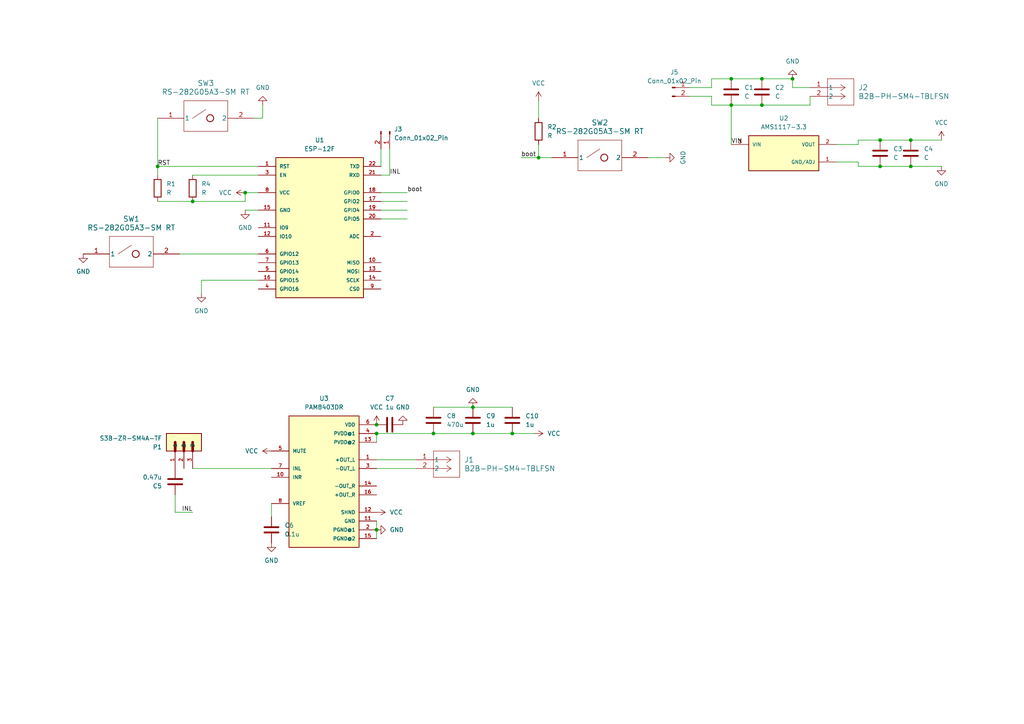
<source format=kicad_sch>
(kicad_sch (version 20230121) (generator eeschema)
  (paper "A4")
  (lib_symbols
    (symbol "Connector:Conn_01x02_Pin" (pin_names (offset 1.016) hide)
      (property "Reference" "J" (at 0 2.54 0))
      (property "Value" "Conn_01x02_Pin" (at 0 -5.08 0))
      (symbol "Conn_01x02_Pin_1_1"
        (polyline (pts (xy 1.27 -2.54) (xy 0.8636 -2.54)) (stroke (width 0.1524)))
        (polyline (pts (xy 1.27 0) (xy 0.8636 0)) (stroke (width 0.1524)))
        (rectangle (start 0.8636 -2.413) (end 0 -2.667) (stroke (width 0.1524)) (fill (type outline)))
        (rectangle (start 0.8636 0.127) (end 0 -0.127) (stroke (width 0.1524)) (fill (type outline)))
        (pin passive line (at 5.08 0 180) (length 3.81) (name "Pin_1") (number "1"))
        (pin passive line (at 5.08 -2.54 180) (length 3.81) (name "Pin_2") (number "2"))
      )
    )
    (symbol "Device:C" (pin_numbers hide) (pin_names (offset 0.254))
      (property "Reference" "C" (at 0.635 2.54 0))
      (property "Value" "C" (at 0.635 -2.54 0))
      (symbol "C_0_1"
        (polyline (pts (xy -2.032 -0.762) (xy 2.032 -0.762)) (stroke (width 0.508)))
        (polyline (pts (xy -2.032 0.762) (xy 2.032 0.762)) (stroke (width 0.508)))
      )
      (symbol "C_1_1"
        (pin passive line (at 0 3.81 270) (length 2.794) (name "~") (number "1"))
        (pin passive line (at 0 -3.81 90) (length 2.794) (name "~") (number "2"))
      )
    )
    (symbol "Device:R" (pin_numbers hide) (pin_names (offset 0))
      (property "Reference" "R" (at 2.032 0 90))
      (property "Value" "R" (at 0 0 90))
      (symbol "R_0_1"
        (rectangle (start -1.016 -2.54) (end 1.016 2.54) (stroke (width 0.254)))
      )
      (symbol "R_1_1"
        (pin passive line (at 0 3.81 270) (length 1.27) (name "~") (number "1"))
        (pin passive line (at 0 -3.81 90) (length 1.27) (name "~") (number "2"))
      )
    )
    (symbol "esp_example_symbols:AMS1117-3.3" (pin_names (offset 1.016))
      (property "Reference" "U" (at -10.16 5.588 0))
      (property "Value" "AMS1117-3.3" (at -10.16 -8.128 0))
      (symbol "AMS1117-3.3_0_0"
        (rectangle (start -10.16 -5.08) (end 10.16 5.08) (stroke (width 0.254)) (fill (type background)))
        (pin power_in line (at 15.24 -2.54 180) (length 5.08) (name "GND/ADJ") (number "1"))
        (pin output line (at 15.24 2.54 180) (length 5.08) (name "VOUT") (number "2"))
        (pin input line (at -15.24 2.54 0) (length 5.08) (name "VIN") (number "3"))
      )
    )
    (symbol "esp_example_symbols:B2B-PH-SM4-TBLFSN" (pin_names (offset 0.254))
      (property "Reference" "J" (at 8.89 6.35 0))
      (property "Value" "B2B-PH-SM4-TBLFSN" (at 0 0 0))
      (symbol "B2B-PH-SM4-TBLFSN_1_1"
        (polyline (pts (xy 5.08 -5.08) (xy 12.7 -5.08)) (stroke (width 0.127)))
        (polyline (pts (xy 5.08 2.54) (xy 5.08 -5.08)) (stroke (width 0.127)))
        (polyline (pts (xy 10.16 -2.54) (xy 5.08 -2.54)) (stroke (width 0.127)))
        (polyline (pts (xy 10.16 -2.54) (xy 8.89 -3.3867)) (stroke (width 0.127)))
        (polyline (pts (xy 10.16 -2.54) (xy 8.89 -1.6933)) (stroke (width 0.127)))
        (polyline (pts (xy 10.16 0) (xy 5.08 0)) (stroke (width 0.127)))
        (polyline (pts (xy 10.16 0) (xy 8.89 -0.8467)) (stroke (width 0.127)))
        (polyline (pts (xy 10.16 0) (xy 8.89 0.8467)) (stroke (width 0.127)))
        (polyline (pts (xy 12.7 -5.08) (xy 12.7 2.54)) (stroke (width 0.127)))
        (polyline (pts (xy 12.7 2.54) (xy 5.08 2.54)) (stroke (width 0.127)))
        (pin unspecified line (at 0 0 0) (length 5.08) (name "1") (number "1"))
        (pin unspecified line (at 0 -2.54 0) (length 5.08) (name "2") (number "2"))
      )
      (symbol "B2B-PH-SM4-TBLFSN_1_2"
        (polyline (pts (xy 5.08 -5.08) (xy 12.7 -5.08)) (stroke (width 0.127)))
        (polyline (pts (xy 5.08 2.54) (xy 5.08 -5.08)) (stroke (width 0.127)))
        (polyline (pts (xy 7.62 -2.54) (xy 5.08 -2.54)) (stroke (width 0.127)))
        (polyline (pts (xy 7.62 -2.54) (xy 8.89 -3.3867)) (stroke (width 0.127)))
        (polyline (pts (xy 7.62 -2.54) (xy 8.89 -1.6933)) (stroke (width 0.127)))
        (polyline (pts (xy 7.62 0) (xy 5.08 0)) (stroke (width 0.127)))
        (polyline (pts (xy 7.62 0) (xy 8.89 -0.8467)) (stroke (width 0.127)))
        (polyline (pts (xy 7.62 0) (xy 8.89 0.8467)) (stroke (width 0.127)))
        (polyline (pts (xy 12.7 -5.08) (xy 12.7 2.54)) (stroke (width 0.127)))
        (polyline (pts (xy 12.7 2.54) (xy 5.08 2.54)) (stroke (width 0.127)))
        (pin unspecified line (at 0 0 0) (length 5.08) (name "1") (number "1"))
        (pin unspecified line (at 0 -2.54 0) (length 5.08) (name "2") (number "2"))
      )
    )
    (symbol "esp_example_symbols:ESP-12F" (pin_names (offset 1.016))
      (property "Reference" "U" (at -12.7254 22.9057 0))
      (property "Value" "ESP-12F" (at -12.7237 -22.9026 0))
      (symbol "ESP-12F_0_0"
        (rectangle (start -12.7 20.32) (end 12.7 -20.32) (stroke (width 0.254)) (fill (type background)))
        (pin bidirectional line (at -17.78 17.78 0) (length 5.08) (name "RST") (number "1"))
        (pin bidirectional line (at 17.78 -10.16 180) (length 5.08) (name "MISO") (number "10"))
        (pin bidirectional line (at -17.78 0 0) (length 5.08) (name "IO9") (number "11"))
        (pin bidirectional line (at -17.78 -2.54 0) (length 5.08) (name "IO10") (number "12"))
        (pin bidirectional line (at 17.78 -12.7 180) (length 5.08) (name "MOSI") (number "13"))
        (pin bidirectional line (at 17.78 -15.24 180) (length 5.08) (name "SCLK") (number "14"))
        (pin bidirectional line (at -17.78 5.08 0) (length 5.08) (name "GND") (number "15"))
        (pin bidirectional line (at -17.78 -15.24 0) (length 5.08) (name "GPIO15") (number "16"))
        (pin bidirectional line (at 17.78 7.62 180) (length 5.08) (name "GPIO2") (number "17"))
        (pin bidirectional line (at 17.78 10.16 180) (length 5.08) (name "GPIO0") (number "18"))
        (pin bidirectional line (at 17.78 5.08 180) (length 5.08) (name "GPIO4") (number "19"))
        (pin bidirectional line (at 17.78 -2.54 180) (length 5.08) (name "ADC") (number "2"))
        (pin bidirectional line (at 17.78 2.54 180) (length 5.08) (name "GPIO5") (number "20"))
        (pin bidirectional line (at 17.78 15.24 180) (length 5.08) (name "RXD") (number "21"))
        (pin bidirectional line (at 17.78 17.78 180) (length 5.08) (name "TXD") (number "22"))
        (pin bidirectional line (at -17.78 15.24 0) (length 5.08) (name "EN") (number "3"))
        (pin bidirectional line (at -17.78 -17.78 0) (length 5.08) (name "GPIO16") (number "4"))
        (pin bidirectional line (at -17.78 -12.7 0) (length 5.08) (name "GPIO14") (number "5"))
        (pin bidirectional line (at -17.78 -7.62 0) (length 5.08) (name "GPIO12") (number "6"))
        (pin bidirectional line (at -17.78 -10.16 0) (length 5.08) (name "GPIO13") (number "7"))
        (pin bidirectional line (at -17.78 10.16 0) (length 5.08) (name "VCC") (number "8"))
        (pin bidirectional line (at 17.78 -17.78 180) (length 5.08) (name "CS0") (number "9"))
      )
    )
    (symbol "esp_example_symbols:PAM8403DR" (pin_names (offset 1.016))
      (property "Reference" "U" (at -10.1781 18.3206 0))
      (property "Value" "PAM8403DR" (at -10.1796 -22.904 0))
      (symbol "PAM8403DR_0_0"
        (rectangle (start -10.16 -20.32) (end 10.16 17.78) (stroke (width 0.254)) (fill (type background)))
        (pin output line (at 15.24 5.08 180) (length 5.08) (name "+OUT_L") (number "1"))
        (pin input line (at -15.24 0 0) (length 5.08) (name "INR") (number "10"))
        (pin power_in line (at 15.24 -12.7 180) (length 5.08) (name "GND") (number "11"))
        (pin power_in line (at 15.24 -10.16 180) (length 5.08) (name "SHND") (number "12"))
        (pin power_in line (at 15.24 10.16 180) (length 5.08) (name "PVDD@2") (number "13"))
        (pin output line (at 15.24 -2.54 180) (length 5.08) (name "-OUT_R") (number "14"))
        (pin power_in line (at 15.24 -17.78 180) (length 5.08) (name "PGND@2") (number "15"))
        (pin output line (at 15.24 -5.08 180) (length 5.08) (name "+OUT_R") (number "16"))
        (pin power_in line (at 15.24 -15.24 180) (length 5.08) (name "PGND@1") (number "2"))
        (pin output line (at 15.24 2.54 180) (length 5.08) (name "-OUT_L") (number "3"))
        (pin power_in line (at 15.24 12.7 180) (length 5.08) (name "PVDD@1") (number "4"))
        (pin input line (at -15.24 7.62 0) (length 5.08) (name "MUTE") (number "5"))
        (pin power_in line (at 15.24 15.24 180) (length 5.08) (name "VDD") (number "6"))
        (pin input line (at -15.24 2.54 0) (length 5.08) (name "INL") (number "7"))
        (pin input line (at -15.24 -7.62 0) (length 5.08) (name "VREF") (number "8"))
      )
    )
    (symbol "esp_example_symbols:RS-282G05A3-SM_RT" (pin_names (offset 0.254))
      (property "Reference" "SW" (at 40.64 12.7 0))
      (property "Value" "RS-282G05A3-SM RT" (at 40.64 10.16 0))
      (symbol "RS-282G05A3-SM_RT_0_1"
        (polyline (pts (xy 50.8 -3.81) (xy 63.5 -3.81)) (stroke (width 0.127)))
        (polyline (pts (xy 50.8 5.08) (xy 50.8 -3.81)) (stroke (width 0.127)))
        (polyline (pts (xy 53.34 0) (xy 57.15 2.54)) (stroke (width 0.127)))
        (polyline (pts (xy 63.5 -3.81) (xy 63.5 5.08)) (stroke (width 0.127)))
        (polyline (pts (xy 63.5 5.08) (xy 50.8 5.08)) (stroke (width 0.127)))
        (circle (center 58.42 0) (radius 1.016) (stroke (width 0.254)))
        (pin unspecified line (at 43.18 0 0) (length 7.62) (name "1") (number "1"))
        (pin unspecified line (at 71.12 0 180) (length 7.62) (name "2") (number "2"))
      )
    )
    (symbol "esp_example_symbols:S3B-ZR-SM4A-TF" (pin_names (offset 1.016))
      (property "Reference" "P" (at 0 3.0512 0))
      (property "Value" "S3B-ZR-SM4A-TF" (at 0 -9.4122 0))
      (symbol "S3B-ZR-SM4A-TF_0_0"
        (rectangle (start 0 -7.62) (end 5.08 2.54) (stroke (width 0.254)) (fill (type background)))
        (polyline (pts (xy 0 -5.08) (xy 2.54 -5.08)) (stroke (width 0.762)))
        (polyline (pts (xy 0 -2.54) (xy 2.54 -2.54)) (stroke (width 0.762)))
        (polyline (pts (xy 0 0) (xy 2.54 0)) (stroke (width 0.762)))
        (pin passive line (at -5.08 0 0) (length 5.08) (name "1") (number "1"))
        (pin passive line (at -5.08 -2.54 0) (length 5.08) (name "2") (number "2"))
        (pin passive line (at -5.08 -5.08 0) (length 5.08) (name "3") (number "3"))
      )
    )
    (symbol "power:GND" (power) (pin_names (offset 0))
      (property "Value" "GND" (at 0 -3.81 0))
      (symbol "GND_0_1"
        (polyline (pts (xy 0 0) (xy 0 -1.27) (xy 1.27 -1.27) (xy 0 -2.54) (xy -1.27 -1.27) (xy 0 -1.27)))
      )
      (symbol "GND_1_1"
        (pin power_in line (at 0 0 270) (length 0) hide (name "GND") (number "1"))
      )
    )
    (symbol "power:VCC" (power) (pin_names (offset 0))
      (property "Value" "VCC" (at 0 3.81 0))
      (symbol "VCC_0_1"
        (polyline (pts (xy -0.762 1.27) (xy 0 2.54)))
        (polyline (pts (xy 0 0) (xy 0 2.54)))
        (polyline (pts (xy 0 2.54) (xy 0.762 1.27)))
      )
      (symbol "VCC_1_1"
        (pin power_in line (at 0 0 90) (length 0) hide (name "VCC") (number "1"))
      )
    )
  )
  (junction (at 137.16 125.73))
  (junction (at 264.16 40.64))
  (junction (at 156.21 45.72))
  (junction (at 255.27 48.26))
  (junction (at 109.22 153.67))
  (junction (at 212.09 22.86))
  (junction (at 255.27 40.64))
  (junction (at 212.09 30.48))
  (junction (at 137.16 118.11))
  (junction (at 220.98 30.48))
  (junction (at 148.59 125.73))
  (junction (at 264.16 48.26))
  (junction (at 109.22 125.73))
  (junction (at 220.98 22.86))
  (junction (at 125.73 125.73))
  (junction (at 229.87 22.86))
  (junction (at 71.12 55.88))
  (junction (at 55.88 58.42))
  (junction (at 109.22 123.19))
  (junction (at 45.72 48.26))
  (wire (pts (xy 109.22 125.73) (xy 125.73 125.73)))
  (wire (pts (xy 212.09 22.86) (xy 220.98 22.86)))
  (wire (pts (xy 255.27 40.64) (xy 248.92 40.64)))
  (wire (pts (xy 242.57 46.99) (xy 248.92 46.99)))
  (wire (pts (xy 78.74 146.05) (xy 78.74 149.86)))
  (wire (pts (xy 71.12 58.42) (xy 71.12 55.88)))
  (wire (pts (xy 137.16 125.73) (xy 148.59 125.73)))
  (wire (pts (xy 113.03 50.8) (xy 110.49 50.8)))
  (wire (pts (xy 206.375 25.4) (xy 206.375 22.86)))
  (wire (pts (xy 156.21 45.72) (xy 160.02 45.72)))
  (wire (pts (xy 137.16 118.11) (xy 148.59 118.11)))
  (wire (pts (xy 229.87 25.4) (xy 234.95 25.4)))
  (wire (pts (xy 273.05 48.26) (xy 264.16 48.26)))
  (wire (pts (xy 248.92 48.26) (xy 255.27 48.26)))
  (wire (pts (xy 151.13 45.72) (xy 156.21 45.72)))
  (wire (pts (xy 206.375 22.86) (xy 212.09 22.86)))
  (wire (pts (xy 110.49 63.5) (xy 118.11 63.5)))
  (wire (pts (xy 148.59 125.73) (xy 154.94 125.73)))
  (wire (pts (xy 156.21 45.72) (xy 156.21 41.91)))
  (wire (pts (xy 71.12 60.96) (xy 74.93 60.96)))
  (wire (pts (xy 125.73 118.11) (xy 137.16 118.11)))
  (wire (pts (xy 55.88 58.42) (xy 71.12 58.42)))
  (wire (pts (xy 234.95 30.48) (xy 234.95 27.94)))
  (wire (pts (xy 45.72 48.26) (xy 45.72 50.8)))
  (wire (pts (xy 229.87 22.86) (xy 229.87 25.4)))
  (wire (pts (xy 76.2 30.48) (xy 76.2 34.29)))
  (wire (pts (xy 58.42 85.09) (xy 58.42 81.28)))
  (wire (pts (xy 110.49 43.18) (xy 110.49 48.26)))
  (wire (pts (xy 45.72 34.29) (xy 45.72 48.26)))
  (wire (pts (xy 109.22 153.67) (xy 109.22 156.21)))
  (wire (pts (xy 200.025 27.94) (xy 206.375 27.94)))
  (wire (pts (xy 109.22 133.35) (xy 120.65 133.35)))
  (wire (pts (xy 125.73 125.73) (xy 137.16 125.73)))
  (wire (pts (xy 74.93 73.66) (xy 52.07 73.66)))
  (wire (pts (xy 109.22 135.89) (xy 120.65 135.89)))
  (wire (pts (xy 212.09 30.48) (xy 212.09 41.91)))
  (wire (pts (xy 248.92 48.26) (xy 248.92 46.99)))
  (wire (pts (xy 156.21 29.21) (xy 156.21 34.29)))
  (wire (pts (xy 206.375 30.48) (xy 212.09 30.48)))
  (wire (pts (xy 50.8 148.59) (xy 55.88 148.59)))
  (wire (pts (xy 58.42 81.28) (xy 74.93 81.28)))
  (wire (pts (xy 113.03 43.18) (xy 113.03 50.8)))
  (wire (pts (xy 109.22 151.13) (xy 109.22 153.67)))
  (wire (pts (xy 248.92 40.64) (xy 248.92 41.91)))
  (wire (pts (xy 55.88 50.8) (xy 74.93 50.8)))
  (wire (pts (xy 71.12 55.88) (xy 74.93 55.88)))
  (wire (pts (xy 187.96 45.72) (xy 193.04 45.72)))
  (wire (pts (xy 110.49 55.88) (xy 118.11 55.88)))
  (wire (pts (xy 200.025 25.4) (xy 206.375 25.4)))
  (wire (pts (xy 55.88 135.89) (xy 78.74 135.89)))
  (wire (pts (xy 45.72 58.42) (xy 55.88 58.42)))
  (wire (pts (xy 242.57 41.91) (xy 248.92 41.91)))
  (wire (pts (xy 50.8 143.51) (xy 50.8 148.59)))
  (wire (pts (xy 220.98 22.86) (xy 229.87 22.86)))
  (wire (pts (xy 273.05 40.64) (xy 264.16 40.64)))
  (wire (pts (xy 74.93 48.26) (xy 45.72 48.26)))
  (wire (pts (xy 220.98 30.48) (xy 234.95 30.48)))
  (wire (pts (xy 212.09 30.48) (xy 220.98 30.48)))
  (wire (pts (xy 109.22 125.73) (xy 109.22 128.27)))
  (wire (pts (xy 110.49 60.96) (xy 118.11 60.96)))
  (wire (pts (xy 264.16 48.26) (xy 255.27 48.26)))
  (wire (pts (xy 206.375 27.94) (xy 206.375 30.48)))
  (wire (pts (xy 110.49 58.42) (xy 118.11 58.42)))
  (wire (pts (xy 255.27 40.64) (xy 264.16 40.64)))
  (wire (pts (xy 76.2 34.29) (xy 73.66 34.29)))
  (label "boot" (at 151.13 45.72 0))
  (label "boot" (at 118.11 55.88 0))
  (label "RST" (at 45.72 48.26 0))
  (label "INL" (at 113.03 50.8 0))
  (label "INL" (at 55.88 148.59 180))
  (label "VIN" (at 212.09 41.91 0))
  (symbol (lib_id "Connector:Conn_01x02_Pin") (at 194.945 25.4 0) (unit 1)
    (property "Reference" "J5" (at 195.58 20.955 0))
    (property "Value" "Conn_01x02_Pin" (at 195.58 23.495 0))
    (property "Footprint" "Connector_PinHeader_2.54mm:PinHeader_1x02_P2.54mm_Vertical" (effects hide))
  )
  (symbol (lib_id "power:GND") (at 193.04 45.72 90) (unit 1)
    (property "Reference" "#PWR09" (effects hide))
    (property "Value" "GND" (at 198.12 45.72 0))
  )
  (symbol (lib_id "Device:C") (at 113.03 123.19 90) (unit 1)
    (property "Reference" "C7" (at 113.03 115.57 90))
    (property "Value" "1u" (at 113.03 118.11 90))
    (property "Footprint" "Capacitor_SMD:C_0805_2012Metric" (effects hide))
  )
  (symbol (lib_id "Device:C") (at 137.16 121.92 0) (unit 1)
    (property "Reference" "C9" (at 140.97 120.65 0) (effects (justify left)))
    (property "Value" "1u" (at 140.97 123.19 0) (effects (justify left)))
    (property "Footprint" "Capacitor_SMD:C_0805_2012Metric" (effects hide))
  )
  (symbol (lib_id "esp_example_symbols:B2B-PH-SM4-TBLFSN") (at 234.95 25.4 0) (unit 1)
    (property "Reference" "J2" (at 248.92 25.4 0) (effects (font (size 1.524 1.524)) (justify left)))
    (property "Value" "B2B-PH-SM4-TBLFSN" (at 248.92 27.94 0) (effects (font (size 1.524 1.524)) (justify left)))
    (property "Footprint" "esp_lib:B2B-PH-SM4-TBLFSN_JST" (effects hide))
    (property "Datasheet" "B2B-PH-SM4-TBLFSN" (effects hide))
  )
  (symbol (lib_id "power:VCC") (at 154.94 125.73 270) (unit 1)
    (property "Reference" "#PWR017" (effects hide))
    (property "Value" "VCC" (at 158.75 125.73 90) (effects (justify left)))
  )
  (symbol (lib_id "power:GND") (at 273.05 48.26 0) (unit 1)
    (property "Reference" "#PWR04" (effects hide))
    (property "Value" "GND" (at 273.05 53.34 0))
  )
  (symbol (lib_id "power:VCC") (at 109.22 123.19 0) (unit 1)
    (property "Reference" "#PWR011" (effects hide))
    (property "Value" "VCC" (at 109.22 118.11 0))
  )
  (symbol (lib_id "esp_example_symbols:ESP-12F") (at 92.71 66.04 0) (unit 1)
    (property "Reference" "U1" (at 92.71 40.64 0))
    (property "Value" "ESP-12F" (at 92.71 43.18 0))
    (property "Footprint" "esp_lib:ESP-12F" (effects hide))
    (property "MF" "AI-Thinker" (effects hide))
    (property "Description" "\nWiFi Module\n" (effects hide))
    (property "Package" "Package" (effects hide))
    (property "Price" "None" (effects hide))
    (property "SnapEDA_Link" "https://www.snapeda.com/parts/ESP-12F/AI-Thinker/view-part/?ref=snap" (effects hide))
    (property "MP" "ESP-12F" (effects hide))
    (property "Availability" "Not in stock" (effects hide))
    (property "Check_prices" "https://www.snapeda.com/parts/ESP-12F/AI-Thinker/view-part/?ref=eda" (effects hide))
  )
  (symbol (lib_id "power:GND") (at 109.22 153.67 90) (unit 1)
    (property "Reference" "#PWR013" (effects hide))
    (property "Value" "GND" (at 113.03 153.67 90) (effects (justify right)))
  )
  (symbol (lib_id "power:GND") (at 137.16 118.11 180) (unit 1)
    (property "Reference" "#PWR016" (effects hide))
    (property "Value" "GND" (at 137.16 113.03 0))
  )
  (symbol (lib_id "power:GND") (at 229.87 22.86 180) (unit 1)
    (property "Reference" "#PWR07" (effects hide))
    (property "Value" "GND" (at 229.87 17.78 0))
  )
  (symbol (lib_id "esp_example_symbols:AMS1117-3.3") (at 227.33 44.45 0) (unit 1)
    (property "Reference" "U2" (at 227.33 34.29 0))
    (property "Value" "AMS1117-3.3" (at 227.33 36.83 0))
    (property "Footprint" "esp_lib:SOT229P700X180-4N" (effects hide))
    (property "SnapEDA_Link" "https://www.snapeda.com/parts/AMS1117-3.3/Umwelt+Sensor+Teknik/view-part/?ref=snap" (effects hide))
    (property "Description" "\nLinear Voltage Regulator IC Positive Fixed 1 Output 1A SOT-223-3L\n" (effects hide))
    (property "Package" "None" (effects hide))
    (property "Price" "None" (effects hide))
    (property "MF" "UMW" (effects hide))
    (property "MP" "AMS1117-3.3" (effects hide))
    (property "Availability" "In Stock" (effects hide))
    (property "Check_prices" "https://www.snapeda.com/parts/AMS1117-3.3/Umwelt+Sensor+Teknik/view-part/?ref=eda" (effects hide))
  )
  (symbol (lib_id "esp_example_symbols:PAM8403DR") (at 93.98 138.43 0) (unit 1)
    (property "Reference" "U3" (at 93.98 115.57 0))
    (property "Value" "PAM8403DR" (at 93.98 118.11 0))
    (property "Footprint" "esp_lib:PAM8403" (effects hide))
  )
  (symbol (lib_id "esp_example_symbols:RS-282G05A3-SM_RT") (at -19.05 73.66 0) (unit 1)
    (property "Reference" "SW1" (at 38.1 63.5 0) (effects (font (size 1.524 1.524))))
    (property "Value" "RS-282G05A3-SM RT" (at 38.1 66.04 0) (effects (font (size 1.524 1.524))))
    (property "Footprint" "esp_lib:RS-282G05A3-SM RT_CNK" (effects hide))
    (property "Datasheet" "RS-282G05A3-SM RT" (effects hide))
  )
  (symbol (lib_id "Device:R") (at 45.72 54.61 0) (unit 1)
    (property "Reference" "R1" (at 48.26 53.34 0) (effects (justify left)))
    (property "Value" "R" (at 48.26 55.88 0) (effects (justify left)))
    (property "Footprint" "Resistor_SMD:R_0805_2012Metric" (effects hide))
  )
  (symbol (lib_id "esp_example_symbols:B2B-PH-SM4-TBLFSN") (at 120.65 133.35 0) (unit 1)
    (property "Reference" "J1" (at 134.62 133.35 0) (effects (font (size 1.524 1.524)) (justify left)))
    (property "Value" "B2B-PH-SM4-TBLFSN" (at 134.62 135.89 0) (effects (font (size 1.524 1.524)) (justify left)))
    (property "Footprint" "esp_lib:B2B-PH-SM4-TBLFSN_JST" (effects hide))
    (property "Datasheet" "B2B-PH-SM4-TBLFSN" (effects hide))
  )
  (symbol (lib_id "esp_example_symbols:RS-282G05A3-SM_RT") (at 116.84 45.72 0) (unit 1)
    (property "Reference" "SW2" (at 173.99 35.56 0) (effects (font (size 1.524 1.524))))
    (property "Value" "RS-282G05A3-SM RT" (at 173.99 38.1 0) (effects (font (size 1.524 1.524))))
    (property "Footprint" "esp_lib:RS-282G05A3-SM RT_CNK" (effects hide))
    (property "Datasheet" "RS-282G05A3-SM RT" (effects hide))
  )
  (symbol (lib_id "power:VCC") (at 78.74 130.81 90) (unit 1)
    (property "Reference" "#PWR05" (effects hide))
    (property "Value" "VCC" (at 74.93 130.81 90) (effects (justify left)))
  )
  (symbol (lib_id "Device:C") (at 220.98 26.67 0) (unit 1)
    (property "Reference" "C2" (at 224.79 25.4 0) (effects (justify left)))
    (property "Value" "C" (at 224.79 27.94 0) (effects (justify left)))
    (property "Footprint" "Capacitor_SMD:C_0805_2012Metric" (effects hide))
  )
  (symbol (lib_id "power:GND") (at 78.74 157.48 0) (unit 1)
    (property "Reference" "#PWR06" (effects hide))
    (property "Value" "GND" (at 78.74 162.56 0))
  )
  (symbol (lib_id "power:GND") (at 116.84 123.19 180) (unit 1)
    (property "Reference" "#PWR014" (effects hide))
    (property "Value" "GND" (at 116.84 118.11 0))
  )
  (symbol (lib_id "Device:C") (at 212.09 26.67 0) (unit 1)
    (property "Reference" "C1" (at 215.9 25.4 0) (effects (justify left)))
    (property "Value" "C" (at 215.9 27.94 0) (effects (justify left)))
    (property "Footprint" "Capacitor_SMD:C_0805_2012Metric" (effects hide))
  )
  (symbol (lib_id "Device:C") (at 125.73 121.92 0) (unit 1)
    (property "Reference" "C8" (at 129.54 120.65 0) (effects (justify left)))
    (property "Value" "470u" (at 129.54 123.19 0) (effects (justify left)))
    (property "Footprint" "esp_lib:CAP_EEEFP1C471AL" (effects hide))
  )
  (symbol (lib_id "power:GND") (at 58.42 85.09 0) (unit 1)
    (property "Reference" "#PWR015" (effects hide))
    (property "Value" "GND" (at 58.42 90.17 0))
  )
  (symbol (lib_id "power:VCC") (at 273.05 40.64 0) (unit 1)
    (property "Reference" "#PWR01" (effects hide))
    (property "Value" "VCC" (at 273.05 35.56 0))
  )
  (symbol (lib_id "power:GND") (at 76.2 30.48 180) (unit 1)
    (property "Reference" "#PWR010" (effects hide))
    (property "Value" "GND" (at 76.2 25.4 0))
  )
  (symbol (lib_id "Device:R") (at 156.21 38.1 0) (unit 1)
    (property "Reference" "R2" (at 158.75 36.83 0) (effects (justify left)))
    (property "Value" "R" (at 158.75 39.37 0) (effects (justify left)))
    (property "Footprint" "Resistor_SMD:R_0805_2012Metric" (effects hide))
  )
  (symbol (lib_id "esp_example_symbols:S3B-ZR-SM4A-TF") (at 50.8 130.81 90) (unit 1)
    (property "Reference" "P1" (at 46.99 129.667 90) (effects (justify left)))
    (property "Value" "S3B-ZR-SM4A-TF" (at 46.99 127.127 90) (effects (justify left)))
    (property "Footprint" "esp_lib:JST_S3B-ZR-SM4A-TF" (effects hide))
  )
  (symbol (lib_id "power:VCC") (at 71.12 55.88 90) (unit 1)
    (property "Reference" "#PWR02" (effects hide))
    (property "Value" "VCC" (at 67.31 55.88 90) (effects (justify left)))
  )
  (symbol (lib_id "power:GND") (at 24.13 73.66 0) (unit 1)
    (property "Reference" "#PWR018" (effects hide))
    (property "Value" "GND" (at 24.13 78.74 0))
  )
  (symbol (lib_id "Device:C") (at 148.59 121.92 0) (unit 1)
    (property "Reference" "C10" (at 152.4 120.65 0) (effects (justify left)))
    (property "Value" "1u" (at 152.4 123.19 0) (effects (justify left)))
    (property "Footprint" "Capacitor_SMD:C_0805_2012Metric" (effects hide))
  )
  (symbol (lib_id "power:GND") (at 71.12 60.96 0) (unit 1)
    (property "Reference" "#PWR03" (effects hide))
    (property "Value" "GND" (at 71.12 66.04 0))
  )
  (symbol (lib_id "power:VCC") (at 156.21 29.21 0) (unit 1)
    (property "Reference" "#PWR08" (effects hide))
    (property "Value" "VCC" (at 156.21 24.13 0))
  )
  (symbol (lib_id "Device:R") (at 55.88 54.61 0) (unit 1)
    (property "Reference" "R4" (at 58.42 53.34 0) (effects (justify left)))
    (property "Value" "R" (at 58.42 55.88 0) (effects (justify left)))
    (property "Footprint" "Resistor_SMD:R_0805_2012Metric" (effects hide))
  )
  (symbol (lib_id "Device:C") (at 264.16 44.45 0) (unit 1)
    (property "Reference" "C4" (at 267.97 43.18 0) (effects (justify left)))
    (property "Value" "C" (at 267.97 45.72 0) (effects (justify left)))
    (property "Footprint" "Capacitor_SMD:C_0805_2012Metric" (effects hide))
  )
  (symbol (lib_id "Device:C") (at 50.8 139.7 180) (unit 1)
    (property "Reference" "C5" (at 46.99 140.97 0) (effects (justify left)))
    (property "Value" "0.47u" (at 46.99 138.43 0) (effects (justify left)))
    (property "Footprint" "Capacitor_SMD:C_0805_2012Metric" (effects hide))
  )
  (symbol (lib_id "power:VCC") (at 109.22 148.59 270) (unit 1)
    (property "Reference" "#PWR012" (effects hide))
    (property "Value" "VCC" (at 113.03 148.59 90) (effects (justify left)))
  )
  (symbol (lib_id "Device:C") (at 255.27 44.45 0) (unit 1)
    (property "Reference" "C3" (at 259.08 43.18 0) (effects (justify left)))
    (property "Value" "C" (at 259.08 45.72 0) (effects (justify left)))
    (property "Footprint" "Capacitor_SMD:C_0805_2012Metric" (effects hide))
  )
  (symbol (lib_id "Connector:Conn_01x02_Pin") (at 113.03 38.1 270) (unit 1)
    (property "Reference" "J3" (at 114.3 37.465 90) (effects (justify left)))
    (property "Value" "Conn_01x02_Pin" (at 114.3 40.005 90) (effects (justify left)))
    (property "Footprint" "Connector_PinHeader_2.54mm:PinHeader_1x02_P2.54mm_Vertical" (effects hide))
  )
  (symbol (lib_id "Device:C") (at 78.74 153.67 0) (unit 1)
    (property "Reference" "C6" (at 82.55 152.4 0) (effects (justify left)))
    (property "Value" "0.1u" (at 82.55 154.94 0) (effects (justify left)))
    (property "Footprint" "Capacitor_SMD:C_0805_2012Metric" (effects hide))
  )
  (symbol (lib_id "esp_example_symbols:RS-282G05A3-SM_RT") (at 2.54 34.29 0) (unit 1)
    (property "Reference" "SW3" (at 59.69 24.13 0) (effects (font (size 1.524 1.524))))
    (property "Value" "RS-282G05A3-SM RT" (at 59.69 26.67 0) (effects (font (size 1.524 1.524))))
    (property "Footprint" "esp_lib:RS-282G05A3-SM RT_CNK" (effects hide))
    (property "Datasheet" "RS-282G05A3-SM RT" (effects hide))
  )
)
</source>
